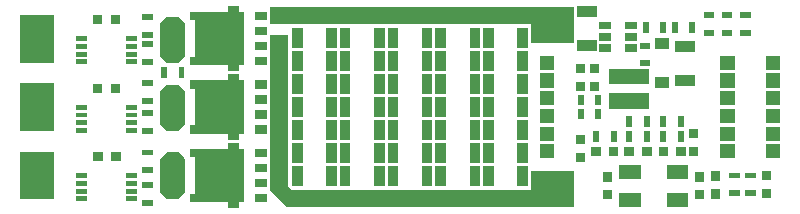
<source format=gts>
%TF.GenerationSoftware,KiCad,Pcbnew,(5.0.0-rc2-dev-387-ge7ed41593)*%
%TF.CreationDate,2018-04-19T15:37:23+02:00*%
%TF.ProjectId,MINI VESC,4D494E4920564553432E6B696361645F,rev?*%
%TF.SameCoordinates,Original*%
%TF.FileFunction,Soldermask,Top*%
%TF.FilePolarity,Negative*%
%FSLAX46Y46*%
G04 Gerber Fmt 4.6, Leading zero omitted, Abs format (unit mm)*
G04 Created by KiCad (PCBNEW (5.0.0-rc2-dev-387-ge7ed41593)) date 04/19/18 15:37:23*
%MOMM*%
%LPD*%
G01*
G04 APERTURE LIST*
%ADD10C,0.100000*%
G04 APERTURE END LIST*
D10*
G36*
X86210000Y-94470000D02*
X86210961Y-94479755D01*
X86213806Y-94489134D01*
X86218427Y-94497779D01*
X86224645Y-94505355D01*
X86232221Y-94511573D01*
X86240866Y-94516194D01*
X86250245Y-94519039D01*
X86260000Y-94520000D01*
X86635000Y-94520000D01*
X86635000Y-99080000D01*
X86260000Y-99080000D01*
X86250245Y-99080961D01*
X86240866Y-99083806D01*
X86232221Y-99088427D01*
X86224645Y-99094645D01*
X86218427Y-99102221D01*
X86213806Y-99110866D01*
X86210961Y-99120245D01*
X86210000Y-99130000D01*
X86210000Y-99575000D01*
X85305000Y-99575000D01*
X85305000Y-99130000D01*
X85304039Y-99120245D01*
X85301194Y-99110866D01*
X85296573Y-99102221D01*
X85290355Y-99094645D01*
X85282779Y-99088427D01*
X85274134Y-99083806D01*
X85264755Y-99080961D01*
X85255000Y-99080000D01*
X82105000Y-99080000D01*
X82105000Y-98330000D01*
X82480000Y-98330000D01*
X82489755Y-98329039D01*
X82499134Y-98326194D01*
X82507779Y-98321573D01*
X82515355Y-98315355D01*
X82521573Y-98307779D01*
X82526194Y-98299134D01*
X82529039Y-98289755D01*
X82530000Y-98280000D01*
X82530000Y-95320000D01*
X82529039Y-95310245D01*
X82526194Y-95300866D01*
X82521573Y-95292221D01*
X82515355Y-95284645D01*
X82507779Y-95278427D01*
X82499134Y-95273806D01*
X82489755Y-95270961D01*
X82480000Y-95270000D01*
X82105000Y-95270000D01*
X82105000Y-94520000D01*
X85255000Y-94520000D01*
X85264755Y-94519039D01*
X85274134Y-94516194D01*
X85282779Y-94511573D01*
X85290355Y-94505355D01*
X85296573Y-94497779D01*
X85301194Y-94489134D01*
X85304039Y-94479755D01*
X85305000Y-94470000D01*
X85305000Y-94025000D01*
X86210000Y-94025000D01*
X86210000Y-94470000D01*
X86210000Y-94470000D01*
G37*
G36*
X90350000Y-97629290D02*
X90350961Y-97639045D01*
X90353806Y-97648424D01*
X90358427Y-97657069D01*
X90364645Y-97664645D01*
X90685355Y-97985355D01*
X90692931Y-97991573D01*
X90701576Y-97996194D01*
X90710955Y-97999039D01*
X90720710Y-98000000D01*
X110900000Y-98000000D01*
X110909755Y-97999039D01*
X110919134Y-97996194D01*
X110927779Y-97991573D01*
X110935355Y-97985355D01*
X110941573Y-97977779D01*
X110946194Y-97969134D01*
X110949039Y-97959755D01*
X110950000Y-97950000D01*
X110950000Y-96450000D01*
X114550000Y-96450000D01*
X114550000Y-99500000D01*
X90250000Y-99500000D01*
X88850000Y-98100000D01*
X88850000Y-84900000D01*
X90350000Y-84900000D01*
X90350000Y-97629290D01*
X90350000Y-97629290D01*
G37*
G36*
X124222720Y-99465414D02*
X122421860Y-99465414D01*
X122421860Y-98266534D01*
X124222720Y-98266534D01*
X124222720Y-99465414D01*
X124222720Y-99465414D01*
G37*
G36*
X120224760Y-99465414D02*
X118423900Y-99465414D01*
X118423900Y-98266534D01*
X120224760Y-98266534D01*
X120224760Y-99465414D01*
X120224760Y-99465414D01*
G37*
G36*
X78950000Y-99350000D02*
X78050000Y-99350000D01*
X78050000Y-98850000D01*
X78950000Y-98850000D01*
X78950000Y-99350000D01*
X78950000Y-99350000D01*
G37*
G36*
X88600000Y-99080000D02*
X87600000Y-99080000D01*
X87600000Y-98330000D01*
X88600000Y-98330000D01*
X88600000Y-99080000D01*
X88600000Y-99080000D01*
G37*
G36*
X77550000Y-98985000D02*
X76660000Y-98985000D01*
X76660000Y-98565000D01*
X77550000Y-98565000D01*
X77550000Y-98985000D01*
X77550000Y-98985000D01*
G37*
G36*
X73340000Y-98985000D02*
X72450000Y-98985000D01*
X72450000Y-98565000D01*
X73340000Y-98565000D01*
X73340000Y-98985000D01*
X73340000Y-98985000D01*
G37*
G36*
X117775000Y-98817094D02*
X117025000Y-98817094D01*
X117025000Y-98017094D01*
X117775000Y-98017094D01*
X117775000Y-98817094D01*
X117775000Y-98817094D01*
G37*
G36*
X125575000Y-98817094D02*
X124825000Y-98817094D01*
X124825000Y-98017094D01*
X125575000Y-98017094D01*
X125575000Y-98817094D01*
X125575000Y-98817094D01*
G37*
G36*
X70550000Y-98800000D02*
X67650000Y-98800000D01*
X67650000Y-94800000D01*
X70550000Y-94800000D01*
X70550000Y-98800000D01*
X70550000Y-98800000D01*
G37*
G36*
X81539660Y-95284645D02*
X81635232Y-95384561D01*
X81642669Y-95390946D01*
X81650000Y-95395076D01*
X81650000Y-98205335D01*
X81644216Y-98208427D01*
X81635138Y-98216213D01*
X81100000Y-98800000D01*
X80100000Y-98800000D01*
X79564862Y-98216213D01*
X79557563Y-98209672D01*
X79550000Y-98205197D01*
X79550000Y-95395002D01*
X79556415Y-95391573D01*
X79564768Y-95384561D01*
X79666287Y-95278427D01*
X80100000Y-94825000D01*
X81100000Y-94825000D01*
X81539660Y-95284645D01*
X81539660Y-95284645D01*
G37*
G36*
X126925000Y-98750000D02*
X126175000Y-98750000D01*
X126175000Y-97950000D01*
X126925000Y-97950000D01*
X126925000Y-98750000D01*
X126925000Y-98750000D01*
G37*
G36*
X131225000Y-98700000D02*
X130475000Y-98700000D01*
X130475000Y-97900000D01*
X131225000Y-97900000D01*
X131225000Y-98700000D01*
X131225000Y-98700000D01*
G37*
G36*
X128600000Y-98550000D02*
X127700000Y-98550000D01*
X127700000Y-98050000D01*
X128600000Y-98050000D01*
X128600000Y-98550000D01*
X128600000Y-98550000D01*
G37*
G36*
X130000000Y-98550000D02*
X129100000Y-98550000D01*
X129100000Y-98050000D01*
X130000000Y-98050000D01*
X130000000Y-98550000D01*
X130000000Y-98550000D01*
G37*
G36*
X77550000Y-98335000D02*
X76660000Y-98335000D01*
X76660000Y-97915000D01*
X77550000Y-97915000D01*
X77550000Y-98335000D01*
X77550000Y-98335000D01*
G37*
G36*
X73340000Y-98335000D02*
X72450000Y-98335000D01*
X72450000Y-97915000D01*
X73340000Y-97915000D01*
X73340000Y-98335000D01*
X73340000Y-98335000D01*
G37*
G36*
X78950000Y-97850000D02*
X78050000Y-97850000D01*
X78050000Y-97350000D01*
X78950000Y-97350000D01*
X78950000Y-97850000D01*
X78950000Y-97850000D01*
G37*
G36*
X88600000Y-97810000D02*
X87600000Y-97810000D01*
X87600000Y-97060000D01*
X88600000Y-97060000D01*
X88600000Y-97810000D01*
X88600000Y-97810000D01*
G37*
G36*
X91600000Y-97700000D02*
X90700000Y-97700000D01*
X90700000Y-96000000D01*
X91600000Y-96000000D01*
X91600000Y-97700000D01*
X91600000Y-97700000D01*
G37*
G36*
X98550000Y-97700000D02*
X97650000Y-97700000D01*
X97650000Y-96000000D01*
X98550000Y-96000000D01*
X98550000Y-97700000D01*
X98550000Y-97700000D01*
G37*
G36*
X99700000Y-97700000D02*
X98800000Y-97700000D01*
X98800000Y-96000000D01*
X99700000Y-96000000D01*
X99700000Y-97700000D01*
X99700000Y-97700000D01*
G37*
G36*
X102600000Y-97700000D02*
X101700000Y-97700000D01*
X101700000Y-96000000D01*
X102600000Y-96000000D01*
X102600000Y-97700000D01*
X102600000Y-97700000D01*
G37*
G36*
X107800000Y-97700000D02*
X106900000Y-97700000D01*
X106900000Y-96000000D01*
X107800000Y-96000000D01*
X107800000Y-97700000D01*
X107800000Y-97700000D01*
G37*
G36*
X95650000Y-97700000D02*
X94750000Y-97700000D01*
X94750000Y-96000000D01*
X95650000Y-96000000D01*
X95650000Y-97700000D01*
X95650000Y-97700000D01*
G37*
G36*
X110700000Y-97700000D02*
X109800000Y-97700000D01*
X109800000Y-96000000D01*
X110700000Y-96000000D01*
X110700000Y-97700000D01*
X110700000Y-97700000D01*
G37*
G36*
X106650000Y-97700000D02*
X105750000Y-97700000D01*
X105750000Y-96000000D01*
X106650000Y-96000000D01*
X106650000Y-97700000D01*
X106650000Y-97700000D01*
G37*
G36*
X103750000Y-97700000D02*
X102850000Y-97700000D01*
X102850000Y-96000000D01*
X103750000Y-96000000D01*
X103750000Y-97700000D01*
X103750000Y-97700000D01*
G37*
G36*
X94500000Y-97700000D02*
X93600000Y-97700000D01*
X93600000Y-96000000D01*
X94500000Y-96000000D01*
X94500000Y-97700000D01*
X94500000Y-97700000D01*
G37*
G36*
X77550000Y-97685000D02*
X76660000Y-97685000D01*
X76660000Y-97265000D01*
X77550000Y-97265000D01*
X77550000Y-97685000D01*
X77550000Y-97685000D01*
G37*
G36*
X73340000Y-97685000D02*
X72450000Y-97685000D01*
X72450000Y-97265000D01*
X73340000Y-97265000D01*
X73340000Y-97685000D01*
X73340000Y-97685000D01*
G37*
G36*
X125575000Y-97317094D02*
X124825000Y-97317094D01*
X124825000Y-96517094D01*
X125575000Y-96517094D01*
X125575000Y-97317094D01*
X125575000Y-97317094D01*
G37*
G36*
X117775000Y-97317094D02*
X117025000Y-97317094D01*
X117025000Y-96517094D01*
X117775000Y-96517094D01*
X117775000Y-97317094D01*
X117775000Y-97317094D01*
G37*
G36*
X126925000Y-97250000D02*
X126175000Y-97250000D01*
X126175000Y-96450000D01*
X126925000Y-96450000D01*
X126925000Y-97250000D01*
X126925000Y-97250000D01*
G37*
G36*
X131225000Y-97200000D02*
X130475000Y-97200000D01*
X130475000Y-96400000D01*
X131225000Y-96400000D01*
X131225000Y-97200000D01*
X131225000Y-97200000D01*
G37*
G36*
X120224760Y-97067654D02*
X118423900Y-97067654D01*
X118423900Y-95868774D01*
X120224760Y-95868774D01*
X120224760Y-97067654D01*
X120224760Y-97067654D01*
G37*
G36*
X124222720Y-97067654D02*
X122421860Y-97067654D01*
X122421860Y-95868774D01*
X124222720Y-95868774D01*
X124222720Y-97067654D01*
X124222720Y-97067654D01*
G37*
G36*
X128600000Y-97050000D02*
X127700000Y-97050000D01*
X127700000Y-96550000D01*
X128600000Y-96550000D01*
X128600000Y-97050000D01*
X128600000Y-97050000D01*
G37*
G36*
X130000000Y-97050000D02*
X129100000Y-97050000D01*
X129100000Y-96550000D01*
X130000000Y-96550000D01*
X130000000Y-97050000D01*
X130000000Y-97050000D01*
G37*
G36*
X77550000Y-97035000D02*
X76660000Y-97035000D01*
X76660000Y-96615000D01*
X77550000Y-96615000D01*
X77550000Y-97035000D01*
X77550000Y-97035000D01*
G37*
G36*
X73340000Y-97035000D02*
X72450000Y-97035000D01*
X72450000Y-96615000D01*
X73340000Y-96615000D01*
X73340000Y-97035000D01*
X73340000Y-97035000D01*
G37*
G36*
X78950000Y-96600000D02*
X78050000Y-96600000D01*
X78050000Y-96100000D01*
X78950000Y-96100000D01*
X78950000Y-96600000D01*
X78950000Y-96600000D01*
G37*
G36*
X88600000Y-96540000D02*
X87600000Y-96540000D01*
X87600000Y-95790000D01*
X88600000Y-95790000D01*
X88600000Y-96540000D01*
X88600000Y-96540000D01*
G37*
G36*
X95650000Y-95750000D02*
X94750000Y-95750000D01*
X94750000Y-94050000D01*
X95650000Y-94050000D01*
X95650000Y-95750000D01*
X95650000Y-95750000D01*
G37*
G36*
X98550000Y-95750000D02*
X97650000Y-95750000D01*
X97650000Y-94050000D01*
X98550000Y-94050000D01*
X98550000Y-95750000D01*
X98550000Y-95750000D01*
G37*
G36*
X102600000Y-95750000D02*
X101700000Y-95750000D01*
X101700000Y-94050000D01*
X102600000Y-94050000D01*
X102600000Y-95750000D01*
X102600000Y-95750000D01*
G37*
G36*
X99700000Y-95750000D02*
X98800000Y-95750000D01*
X98800000Y-94050000D01*
X99700000Y-94050000D01*
X99700000Y-95750000D01*
X99700000Y-95750000D01*
G37*
G36*
X106650000Y-95750000D02*
X105750000Y-95750000D01*
X105750000Y-94050000D01*
X106650000Y-94050000D01*
X106650000Y-95750000D01*
X106650000Y-95750000D01*
G37*
G36*
X94500000Y-95750000D02*
X93600000Y-95750000D01*
X93600000Y-94050000D01*
X94500000Y-94050000D01*
X94500000Y-95750000D01*
X94500000Y-95750000D01*
G37*
G36*
X91600000Y-95750000D02*
X90700000Y-95750000D01*
X90700000Y-94050000D01*
X91600000Y-94050000D01*
X91600000Y-95750000D01*
X91600000Y-95750000D01*
G37*
G36*
X110700000Y-95750000D02*
X109800000Y-95750000D01*
X109800000Y-94050000D01*
X110700000Y-94050000D01*
X110700000Y-95750000D01*
X110700000Y-95750000D01*
G37*
G36*
X107800000Y-95750000D02*
X106900000Y-95750000D01*
X106900000Y-94050000D01*
X107800000Y-94050000D01*
X107800000Y-95750000D01*
X107800000Y-95750000D01*
G37*
G36*
X103750000Y-95750000D02*
X102850000Y-95750000D01*
X102850000Y-94050000D01*
X103750000Y-94050000D01*
X103750000Y-95750000D01*
X103750000Y-95750000D01*
G37*
G36*
X115475000Y-95650000D02*
X114725000Y-95650000D01*
X114725000Y-94850000D01*
X115475000Y-94850000D01*
X115475000Y-95650000D01*
X115475000Y-95650000D01*
G37*
G36*
X74700000Y-95575000D02*
X73900000Y-95575000D01*
X73900000Y-94825000D01*
X74700000Y-94825000D01*
X74700000Y-95575000D01*
X74700000Y-95575000D01*
G37*
G36*
X76200000Y-95575000D02*
X75400000Y-95575000D01*
X75400000Y-94825000D01*
X76200000Y-94825000D01*
X76200000Y-95575000D01*
X76200000Y-95575000D01*
G37*
G36*
X132050000Y-95350000D02*
X130850000Y-95350000D01*
X130850000Y-94150000D01*
X132050000Y-94150000D01*
X132050000Y-95350000D01*
X132050000Y-95350000D01*
G37*
G36*
X112900000Y-95350000D02*
X111700000Y-95350000D01*
X111700000Y-94150000D01*
X112900000Y-94150000D01*
X112900000Y-95350000D01*
X112900000Y-95350000D01*
G37*
G36*
X128175000Y-95350000D02*
X126975000Y-95350000D01*
X126975000Y-94150000D01*
X128175000Y-94150000D01*
X128175000Y-95350000D01*
X128175000Y-95350000D01*
G37*
G36*
X88600000Y-95270000D02*
X87600000Y-95270000D01*
X87600000Y-94520000D01*
X88600000Y-94520000D01*
X88600000Y-95270000D01*
X88600000Y-95270000D01*
G37*
G36*
X116850000Y-95175000D02*
X116050000Y-95175000D01*
X116050000Y-94425000D01*
X116850000Y-94425000D01*
X116850000Y-95175000D01*
X116850000Y-95175000D01*
G37*
G36*
X118350000Y-95175000D02*
X117550000Y-95175000D01*
X117550000Y-94425000D01*
X118350000Y-94425000D01*
X118350000Y-95175000D01*
X118350000Y-95175000D01*
G37*
G36*
X121150000Y-95175000D02*
X120350000Y-95175000D01*
X120350000Y-94425000D01*
X121150000Y-94425000D01*
X121150000Y-95175000D01*
X121150000Y-95175000D01*
G37*
G36*
X122550000Y-95175000D02*
X121750000Y-95175000D01*
X121750000Y-94425000D01*
X122550000Y-94425000D01*
X122550000Y-95175000D01*
X122550000Y-95175000D01*
G37*
G36*
X124050000Y-95175000D02*
X123250000Y-95175000D01*
X123250000Y-94425000D01*
X124050000Y-94425000D01*
X124050000Y-95175000D01*
X124050000Y-95175000D01*
G37*
G36*
X119650000Y-95175000D02*
X118850000Y-95175000D01*
X118850000Y-94425000D01*
X119650000Y-94425000D01*
X119650000Y-95175000D01*
X119650000Y-95175000D01*
G37*
G36*
X125075000Y-95150000D02*
X124325000Y-95150000D01*
X124325000Y-94350000D01*
X125075000Y-94350000D01*
X125075000Y-95150000D01*
X125075000Y-95150000D01*
G37*
G36*
X78950000Y-95100000D02*
X78050000Y-95100000D01*
X78050000Y-94600000D01*
X78950000Y-94600000D01*
X78950000Y-95100000D01*
X78950000Y-95100000D01*
G37*
G36*
X115475000Y-94150000D02*
X114725000Y-94150000D01*
X114725000Y-93350000D01*
X115475000Y-93350000D01*
X115475000Y-94150000D01*
X115475000Y-94150000D01*
G37*
G36*
X119500000Y-93950000D02*
X119000000Y-93950000D01*
X119000000Y-93050000D01*
X119500000Y-93050000D01*
X119500000Y-93950000D01*
X119500000Y-93950000D01*
G37*
G36*
X122400000Y-93950000D02*
X121900000Y-93950000D01*
X121900000Y-93050000D01*
X122400000Y-93050000D01*
X122400000Y-93950000D01*
X122400000Y-93950000D01*
G37*
G36*
X123900000Y-93950000D02*
X123400000Y-93950000D01*
X123400000Y-93050000D01*
X123900000Y-93050000D01*
X123900000Y-93950000D01*
X123900000Y-93950000D01*
G37*
G36*
X116700000Y-93950000D02*
X116200000Y-93950000D01*
X116200000Y-93050000D01*
X116700000Y-93050000D01*
X116700000Y-93950000D01*
X116700000Y-93950000D01*
G37*
G36*
X118200000Y-93950000D02*
X117700000Y-93950000D01*
X117700000Y-93050000D01*
X118200000Y-93050000D01*
X118200000Y-93950000D01*
X118200000Y-93950000D01*
G37*
G36*
X121000000Y-93950000D02*
X120500000Y-93950000D01*
X120500000Y-93050000D01*
X121000000Y-93050000D01*
X121000000Y-93950000D01*
X121000000Y-93950000D01*
G37*
G36*
X128175000Y-93850000D02*
X126975000Y-93850000D01*
X126975000Y-92650000D01*
X128175000Y-92650000D01*
X128175000Y-93850000D01*
X128175000Y-93850000D01*
G37*
G36*
X132050000Y-93850000D02*
X130850000Y-93850000D01*
X130850000Y-92650000D01*
X132050000Y-92650000D01*
X132050000Y-93850000D01*
X132050000Y-93850000D01*
G37*
G36*
X112900000Y-93850000D02*
X111700000Y-93850000D01*
X111700000Y-92650000D01*
X112900000Y-92650000D01*
X112900000Y-93850000D01*
X112900000Y-93850000D01*
G37*
G36*
X102600000Y-93800000D02*
X101700000Y-93800000D01*
X101700000Y-92100000D01*
X102600000Y-92100000D01*
X102600000Y-93800000D01*
X102600000Y-93800000D01*
G37*
G36*
X98550000Y-93800000D02*
X97650000Y-93800000D01*
X97650000Y-92100000D01*
X98550000Y-92100000D01*
X98550000Y-93800000D01*
X98550000Y-93800000D01*
G37*
G36*
X103750000Y-93800000D02*
X102850000Y-93800000D01*
X102850000Y-92100000D01*
X103750000Y-92100000D01*
X103750000Y-93800000D01*
X103750000Y-93800000D01*
G37*
G36*
X107800000Y-93800000D02*
X106900000Y-93800000D01*
X106900000Y-92100000D01*
X107800000Y-92100000D01*
X107800000Y-93800000D01*
X107800000Y-93800000D01*
G37*
G36*
X110700000Y-93800000D02*
X109800000Y-93800000D01*
X109800000Y-92100000D01*
X110700000Y-92100000D01*
X110700000Y-93800000D01*
X110700000Y-93800000D01*
G37*
G36*
X91600000Y-93800000D02*
X90700000Y-93800000D01*
X90700000Y-92100000D01*
X91600000Y-92100000D01*
X91600000Y-93800000D01*
X91600000Y-93800000D01*
G37*
G36*
X94500000Y-93800000D02*
X93600000Y-93800000D01*
X93600000Y-92100000D01*
X94500000Y-92100000D01*
X94500000Y-93800000D01*
X94500000Y-93800000D01*
G37*
G36*
X95650000Y-93800000D02*
X94750000Y-93800000D01*
X94750000Y-92100000D01*
X95650000Y-92100000D01*
X95650000Y-93800000D01*
X95650000Y-93800000D01*
G37*
G36*
X99700000Y-93800000D02*
X98800000Y-93800000D01*
X98800000Y-92100000D01*
X99700000Y-92100000D01*
X99700000Y-93800000D01*
X99700000Y-93800000D01*
G37*
G36*
X106650000Y-93800000D02*
X105750000Y-93800000D01*
X105750000Y-92100000D01*
X106650000Y-92100000D01*
X106650000Y-93800000D01*
X106650000Y-93800000D01*
G37*
G36*
X86205000Y-88670000D02*
X86205961Y-88679755D01*
X86208806Y-88689134D01*
X86213427Y-88697779D01*
X86219645Y-88705355D01*
X86227221Y-88711573D01*
X86235866Y-88716194D01*
X86245245Y-88719039D01*
X86255000Y-88720000D01*
X86630000Y-88720000D01*
X86630000Y-93280000D01*
X86255000Y-93280000D01*
X86245245Y-93280961D01*
X86235866Y-93283806D01*
X86227221Y-93288427D01*
X86219645Y-93294645D01*
X86213427Y-93302221D01*
X86208806Y-93310866D01*
X86205961Y-93320245D01*
X86205000Y-93330000D01*
X86205000Y-93775000D01*
X85300000Y-93775000D01*
X85300000Y-93330000D01*
X85299039Y-93320245D01*
X85296194Y-93310866D01*
X85291573Y-93302221D01*
X85285355Y-93294645D01*
X85277779Y-93288427D01*
X85269134Y-93283806D01*
X85259755Y-93280961D01*
X85250000Y-93280000D01*
X82100000Y-93280000D01*
X82100000Y-92530000D01*
X82475000Y-92530000D01*
X82484755Y-92529039D01*
X82494134Y-92526194D01*
X82502779Y-92521573D01*
X82510355Y-92515355D01*
X82516573Y-92507779D01*
X82521194Y-92499134D01*
X82524039Y-92489755D01*
X82525000Y-92480000D01*
X82525000Y-89520000D01*
X82524039Y-89510245D01*
X82521194Y-89500866D01*
X82516573Y-89492221D01*
X82510355Y-89484645D01*
X82502779Y-89478427D01*
X82494134Y-89473806D01*
X82484755Y-89470961D01*
X82475000Y-89470000D01*
X82100000Y-89470000D01*
X82100000Y-88720000D01*
X85250000Y-88720000D01*
X85259755Y-88719039D01*
X85269134Y-88716194D01*
X85277779Y-88711573D01*
X85285355Y-88705355D01*
X85291573Y-88697779D01*
X85296194Y-88689134D01*
X85299039Y-88679755D01*
X85300000Y-88670000D01*
X85300000Y-88225000D01*
X86205000Y-88225000D01*
X86205000Y-88670000D01*
X86205000Y-88670000D01*
G37*
G36*
X125075000Y-93650000D02*
X124325000Y-93650000D01*
X124325000Y-92850000D01*
X125075000Y-92850000D01*
X125075000Y-93650000D01*
X125075000Y-93650000D01*
G37*
G36*
X88595000Y-93280000D02*
X87595000Y-93280000D01*
X87595000Y-92530000D01*
X88595000Y-92530000D01*
X88595000Y-93280000D01*
X88595000Y-93280000D01*
G37*
G36*
X78950000Y-93250000D02*
X78050000Y-93250000D01*
X78050000Y-92750000D01*
X78950000Y-92750000D01*
X78950000Y-93250000D01*
X78950000Y-93250000D01*
G37*
G36*
X73340000Y-93185000D02*
X72450000Y-93185000D01*
X72450000Y-92765000D01*
X73340000Y-92765000D01*
X73340000Y-93185000D01*
X73340000Y-93185000D01*
G37*
G36*
X77550000Y-93185000D02*
X76660000Y-93185000D01*
X76660000Y-92765000D01*
X77550000Y-92765000D01*
X77550000Y-93185000D01*
X77550000Y-93185000D01*
G37*
G36*
X81635355Y-89635355D02*
X81642931Y-89641573D01*
X81650000Y-89645352D01*
X81650000Y-92454648D01*
X81642931Y-92458427D01*
X81635355Y-92464645D01*
X81100000Y-93000000D01*
X80100000Y-93000000D01*
X79564645Y-92464645D01*
X79557069Y-92458427D01*
X79550000Y-92454648D01*
X79550000Y-89645352D01*
X79557069Y-89641573D01*
X79564645Y-89635355D01*
X80100000Y-89100000D01*
X81100000Y-89100000D01*
X81635355Y-89635355D01*
X81635355Y-89635355D01*
G37*
G36*
X70550000Y-93000000D02*
X67650000Y-93000000D01*
X67650000Y-89000000D01*
X70550000Y-89000000D01*
X70550000Y-93000000D01*
X70550000Y-93000000D01*
G37*
G36*
X119500000Y-92650000D02*
X119000000Y-92650000D01*
X119000000Y-91750000D01*
X119500000Y-91750000D01*
X119500000Y-92650000D01*
X119500000Y-92650000D01*
G37*
G36*
X121000000Y-92650000D02*
X120500000Y-92650000D01*
X120500000Y-91750000D01*
X121000000Y-91750000D01*
X121000000Y-92650000D01*
X121000000Y-92650000D01*
G37*
G36*
X123900000Y-92650000D02*
X123400000Y-92650000D01*
X123400000Y-91750000D01*
X123900000Y-91750000D01*
X123900000Y-92650000D01*
X123900000Y-92650000D01*
G37*
G36*
X122400000Y-92650000D02*
X121900000Y-92650000D01*
X121900000Y-91750000D01*
X122400000Y-91750000D01*
X122400000Y-92650000D01*
X122400000Y-92650000D01*
G37*
G36*
X73340000Y-92535000D02*
X72450000Y-92535000D01*
X72450000Y-92115000D01*
X73340000Y-92115000D01*
X73340000Y-92535000D01*
X73340000Y-92535000D01*
G37*
G36*
X77550000Y-92535000D02*
X76660000Y-92535000D01*
X76660000Y-92115000D01*
X77550000Y-92115000D01*
X77550000Y-92535000D01*
X77550000Y-92535000D01*
G37*
G36*
X112900000Y-92350000D02*
X111700000Y-92350000D01*
X111700000Y-91150000D01*
X112900000Y-91150000D01*
X112900000Y-92350000D01*
X112900000Y-92350000D01*
G37*
G36*
X132050000Y-92350000D02*
X130850000Y-92350000D01*
X130850000Y-91150000D01*
X132050000Y-91150000D01*
X132050000Y-92350000D01*
X132050000Y-92350000D01*
G37*
G36*
X128175000Y-92350000D02*
X126975000Y-92350000D01*
X126975000Y-91150000D01*
X128175000Y-91150000D01*
X128175000Y-92350000D01*
X128175000Y-92350000D01*
G37*
G36*
X116900000Y-92050000D02*
X116400000Y-92050000D01*
X116400000Y-91150000D01*
X116900000Y-91150000D01*
X116900000Y-92050000D01*
X116900000Y-92050000D01*
G37*
G36*
X115400000Y-92050000D02*
X114900000Y-92050000D01*
X114900000Y-91150000D01*
X115400000Y-91150000D01*
X115400000Y-92050000D01*
X115400000Y-92050000D01*
G37*
G36*
X88595000Y-92010000D02*
X87595000Y-92010000D01*
X87595000Y-91260000D01*
X88595000Y-91260000D01*
X88595000Y-92010000D01*
X88595000Y-92010000D01*
G37*
G36*
X73340000Y-91885000D02*
X72450000Y-91885000D01*
X72450000Y-91465000D01*
X73340000Y-91465000D01*
X73340000Y-91885000D01*
X73340000Y-91885000D01*
G37*
G36*
X77550000Y-91885000D02*
X76660000Y-91885000D01*
X76660000Y-91465000D01*
X77550000Y-91465000D01*
X77550000Y-91885000D01*
X77550000Y-91885000D01*
G37*
G36*
X106650000Y-91850000D02*
X105750000Y-91850000D01*
X105750000Y-90150000D01*
X106650000Y-90150000D01*
X106650000Y-91850000D01*
X106650000Y-91850000D01*
G37*
G36*
X107800000Y-91850000D02*
X106900000Y-91850000D01*
X106900000Y-90150000D01*
X107800000Y-90150000D01*
X107800000Y-91850000D01*
X107800000Y-91850000D01*
G37*
G36*
X95650000Y-91850000D02*
X94750000Y-91850000D01*
X94750000Y-90150000D01*
X95650000Y-90150000D01*
X95650000Y-91850000D01*
X95650000Y-91850000D01*
G37*
G36*
X94500000Y-91850000D02*
X93600000Y-91850000D01*
X93600000Y-90150000D01*
X94500000Y-90150000D01*
X94500000Y-91850000D01*
X94500000Y-91850000D01*
G37*
G36*
X103750000Y-91850000D02*
X102850000Y-91850000D01*
X102850000Y-90150000D01*
X103750000Y-90150000D01*
X103750000Y-91850000D01*
X103750000Y-91850000D01*
G37*
G36*
X91600000Y-91850000D02*
X90700000Y-91850000D01*
X90700000Y-90150000D01*
X91600000Y-90150000D01*
X91600000Y-91850000D01*
X91600000Y-91850000D01*
G37*
G36*
X98550000Y-91850000D02*
X97650000Y-91850000D01*
X97650000Y-90150000D01*
X98550000Y-90150000D01*
X98550000Y-91850000D01*
X98550000Y-91850000D01*
G37*
G36*
X110700000Y-91850000D02*
X109800000Y-91850000D01*
X109800000Y-90150000D01*
X110700000Y-90150000D01*
X110700000Y-91850000D01*
X110700000Y-91850000D01*
G37*
G36*
X99700000Y-91850000D02*
X98800000Y-91850000D01*
X98800000Y-90150000D01*
X99700000Y-90150000D01*
X99700000Y-91850000D01*
X99700000Y-91850000D01*
G37*
G36*
X102600000Y-91850000D02*
X101700000Y-91850000D01*
X101700000Y-90150000D01*
X102600000Y-90150000D01*
X102600000Y-91850000D01*
X102600000Y-91850000D01*
G37*
G36*
X78950000Y-91750000D02*
X78050000Y-91750000D01*
X78050000Y-91250000D01*
X78950000Y-91250000D01*
X78950000Y-91750000D01*
X78950000Y-91750000D01*
G37*
G36*
X77550000Y-91235000D02*
X76660000Y-91235000D01*
X76660000Y-90815000D01*
X77550000Y-90815000D01*
X77550000Y-91235000D01*
X77550000Y-91235000D01*
G37*
G36*
X73340000Y-91235000D02*
X72450000Y-91235000D01*
X72450000Y-90815000D01*
X73340000Y-90815000D01*
X73340000Y-91235000D01*
X73340000Y-91235000D01*
G37*
G36*
X120950000Y-91150000D02*
X117550000Y-91150000D01*
X117550000Y-89850000D01*
X120950000Y-89850000D01*
X120950000Y-91150000D01*
X120950000Y-91150000D01*
G37*
G36*
X128175000Y-90850000D02*
X126975000Y-90850000D01*
X126975000Y-89650000D01*
X128175000Y-89650000D01*
X128175000Y-90850000D01*
X128175000Y-90850000D01*
G37*
G36*
X112900000Y-90850000D02*
X111700000Y-90850000D01*
X111700000Y-89650000D01*
X112900000Y-89650000D01*
X112900000Y-90850000D01*
X112900000Y-90850000D01*
G37*
G36*
X116900000Y-90850000D02*
X116400000Y-90850000D01*
X116400000Y-89950000D01*
X116900000Y-89950000D01*
X116900000Y-90850000D01*
X116900000Y-90850000D01*
G37*
G36*
X115400000Y-90850000D02*
X114900000Y-90850000D01*
X114900000Y-89950000D01*
X115400000Y-89950000D01*
X115400000Y-90850000D01*
X115400000Y-90850000D01*
G37*
G36*
X132050000Y-90850000D02*
X130850000Y-90850000D01*
X130850000Y-89650000D01*
X132050000Y-89650000D01*
X132050000Y-90850000D01*
X132050000Y-90850000D01*
G37*
G36*
X78950000Y-90750000D02*
X78050000Y-90750000D01*
X78050000Y-90250000D01*
X78950000Y-90250000D01*
X78950000Y-90750000D01*
X78950000Y-90750000D01*
G37*
G36*
X88595000Y-90740000D02*
X87595000Y-90740000D01*
X87595000Y-89990000D01*
X88595000Y-89990000D01*
X88595000Y-90740000D01*
X88595000Y-90740000D01*
G37*
G36*
X103750000Y-89900000D02*
X102850000Y-89900000D01*
X102850000Y-88200000D01*
X103750000Y-88200000D01*
X103750000Y-89900000D01*
X103750000Y-89900000D01*
G37*
G36*
X99700000Y-89900000D02*
X98800000Y-89900000D01*
X98800000Y-88200000D01*
X99700000Y-88200000D01*
X99700000Y-89900000D01*
X99700000Y-89900000D01*
G37*
G36*
X106650000Y-89900000D02*
X105750000Y-89900000D01*
X105750000Y-88200000D01*
X106650000Y-88200000D01*
X106650000Y-89900000D01*
X106650000Y-89900000D01*
G37*
G36*
X107800000Y-89900000D02*
X106900000Y-89900000D01*
X106900000Y-88200000D01*
X107800000Y-88200000D01*
X107800000Y-89900000D01*
X107800000Y-89900000D01*
G37*
G36*
X94500000Y-89900000D02*
X93600000Y-89900000D01*
X93600000Y-88200000D01*
X94500000Y-88200000D01*
X94500000Y-89900000D01*
X94500000Y-89900000D01*
G37*
G36*
X110700000Y-89900000D02*
X109800000Y-89900000D01*
X109800000Y-88200000D01*
X110700000Y-88200000D01*
X110700000Y-89900000D01*
X110700000Y-89900000D01*
G37*
G36*
X98550000Y-89900000D02*
X97650000Y-89900000D01*
X97650000Y-88200000D01*
X98550000Y-88200000D01*
X98550000Y-89900000D01*
X98550000Y-89900000D01*
G37*
G36*
X95650000Y-89900000D02*
X94750000Y-89900000D01*
X94750000Y-88200000D01*
X95650000Y-88200000D01*
X95650000Y-89900000D01*
X95650000Y-89900000D01*
G37*
G36*
X91600000Y-89900000D02*
X90700000Y-89900000D01*
X90700000Y-88200000D01*
X91600000Y-88200000D01*
X91600000Y-89900000D01*
X91600000Y-89900000D01*
G37*
G36*
X102600000Y-89900000D02*
X101700000Y-89900000D01*
X101700000Y-88200000D01*
X102600000Y-88200000D01*
X102600000Y-89900000D01*
X102600000Y-89900000D01*
G37*
G36*
X76150000Y-89775000D02*
X75350000Y-89775000D01*
X75350000Y-89025000D01*
X76150000Y-89025000D01*
X76150000Y-89775000D01*
X76150000Y-89775000D01*
G37*
G36*
X74650000Y-89775000D02*
X73850000Y-89775000D01*
X73850000Y-89025000D01*
X74650000Y-89025000D01*
X74650000Y-89775000D01*
X74650000Y-89775000D01*
G37*
G36*
X115475000Y-89650000D02*
X114725000Y-89650000D01*
X114725000Y-88850000D01*
X115475000Y-88850000D01*
X115475000Y-89650000D01*
X115475000Y-89650000D01*
G37*
G36*
X116675000Y-89650000D02*
X115925000Y-89650000D01*
X115925000Y-88850000D01*
X116675000Y-88850000D01*
X116675000Y-89650000D01*
X116675000Y-89650000D01*
G37*
G36*
X88595000Y-89470000D02*
X87595000Y-89470000D01*
X87595000Y-88720000D01*
X88595000Y-88720000D01*
X88595000Y-89470000D01*
X88595000Y-89470000D01*
G37*
G36*
X112900000Y-89350000D02*
X111700000Y-89350000D01*
X111700000Y-88150000D01*
X112900000Y-88150000D01*
X112900000Y-89350000D01*
X112900000Y-89350000D01*
G37*
G36*
X128175000Y-89350000D02*
X126975000Y-89350000D01*
X126975000Y-88150000D01*
X128175000Y-88150000D01*
X128175000Y-89350000D01*
X128175000Y-89350000D01*
G37*
G36*
X132050000Y-89350000D02*
X130850000Y-89350000D01*
X130850000Y-88150000D01*
X132050000Y-88150000D01*
X132050000Y-89350000D01*
X132050000Y-89350000D01*
G37*
G36*
X122650000Y-89350000D02*
X121450000Y-89350000D01*
X121450000Y-88450000D01*
X122650000Y-88450000D01*
X122650000Y-89350000D01*
X122650000Y-89350000D01*
G37*
G36*
X78950000Y-89250000D02*
X78050000Y-89250000D01*
X78050000Y-88750000D01*
X78950000Y-88750000D01*
X78950000Y-89250000D01*
X78950000Y-89250000D01*
G37*
G36*
X124800000Y-89200000D02*
X123100000Y-89200000D01*
X123100000Y-88300000D01*
X124800000Y-88300000D01*
X124800000Y-89200000D01*
X124800000Y-89200000D01*
G37*
G36*
X120950000Y-89050000D02*
X117550000Y-89050000D01*
X117550000Y-87750000D01*
X120950000Y-87750000D01*
X120950000Y-89050000D01*
X120950000Y-89050000D01*
G37*
G36*
X81600000Y-88550000D02*
X81100000Y-88550000D01*
X81100000Y-87650000D01*
X81600000Y-87650000D01*
X81600000Y-88550000D01*
X81600000Y-88550000D01*
G37*
G36*
X80100000Y-88550000D02*
X79600000Y-88550000D01*
X79600000Y-87650000D01*
X80100000Y-87650000D01*
X80100000Y-88550000D01*
X80100000Y-88550000D01*
G37*
G36*
X115475000Y-88150000D02*
X114725000Y-88150000D01*
X114725000Y-87350000D01*
X115475000Y-87350000D01*
X115475000Y-88150000D01*
X115475000Y-88150000D01*
G37*
G36*
X116675000Y-88150000D02*
X115925000Y-88150000D01*
X115925000Y-87350000D01*
X116675000Y-87350000D01*
X116675000Y-88150000D01*
X116675000Y-88150000D01*
G37*
G36*
X86210000Y-82870000D02*
X86210961Y-82879755D01*
X86213806Y-82889134D01*
X86218427Y-82897779D01*
X86224645Y-82905355D01*
X86232221Y-82911573D01*
X86240866Y-82916194D01*
X86250245Y-82919039D01*
X86260000Y-82920000D01*
X86635000Y-82920000D01*
X86635000Y-87480000D01*
X86260000Y-87480000D01*
X86250245Y-87480961D01*
X86240866Y-87483806D01*
X86232221Y-87488427D01*
X86224645Y-87494645D01*
X86218427Y-87502221D01*
X86213806Y-87510866D01*
X86210961Y-87520245D01*
X86210000Y-87530000D01*
X86210000Y-87975000D01*
X85305000Y-87975000D01*
X85305000Y-87530000D01*
X85304039Y-87520245D01*
X85301194Y-87510866D01*
X85296573Y-87502221D01*
X85290355Y-87494645D01*
X85282779Y-87488427D01*
X85274134Y-87483806D01*
X85264755Y-87480961D01*
X85255000Y-87480000D01*
X82105000Y-87480000D01*
X82105000Y-86730000D01*
X82480000Y-86730000D01*
X82489755Y-86729039D01*
X82499134Y-86726194D01*
X82507779Y-86721573D01*
X82515355Y-86715355D01*
X82521573Y-86707779D01*
X82526194Y-86699134D01*
X82529039Y-86689755D01*
X82530000Y-86680000D01*
X82530000Y-83720000D01*
X82529039Y-83710245D01*
X82526194Y-83700866D01*
X82521573Y-83692221D01*
X82515355Y-83684645D01*
X82507779Y-83678427D01*
X82499134Y-83673806D01*
X82489755Y-83670961D01*
X82480000Y-83670000D01*
X82105000Y-83670000D01*
X82105000Y-82920000D01*
X85255000Y-82920000D01*
X85264755Y-82919039D01*
X85274134Y-82916194D01*
X85282779Y-82911573D01*
X85290355Y-82905355D01*
X85296573Y-82897779D01*
X85301194Y-82889134D01*
X85304039Y-82879755D01*
X85305000Y-82870000D01*
X85305000Y-82425000D01*
X86210000Y-82425000D01*
X86210000Y-82870000D01*
X86210000Y-82870000D01*
G37*
G36*
X91600000Y-87950000D02*
X90700000Y-87950000D01*
X90700000Y-86250000D01*
X91600000Y-86250000D01*
X91600000Y-87950000D01*
X91600000Y-87950000D01*
G37*
G36*
X94500000Y-87950000D02*
X93600000Y-87950000D01*
X93600000Y-86250000D01*
X94500000Y-86250000D01*
X94500000Y-87950000D01*
X94500000Y-87950000D01*
G37*
G36*
X98550000Y-87950000D02*
X97650000Y-87950000D01*
X97650000Y-86250000D01*
X98550000Y-86250000D01*
X98550000Y-87950000D01*
X98550000Y-87950000D01*
G37*
G36*
X110700000Y-87950000D02*
X109800000Y-87950000D01*
X109800000Y-86250000D01*
X110700000Y-86250000D01*
X110700000Y-87950000D01*
X110700000Y-87950000D01*
G37*
G36*
X107800000Y-87950000D02*
X106900000Y-87950000D01*
X106900000Y-86250000D01*
X107800000Y-86250000D01*
X107800000Y-87950000D01*
X107800000Y-87950000D01*
G37*
G36*
X106650000Y-87950000D02*
X105750000Y-87950000D01*
X105750000Y-86250000D01*
X106650000Y-86250000D01*
X106650000Y-87950000D01*
X106650000Y-87950000D01*
G37*
G36*
X103750000Y-87950000D02*
X102850000Y-87950000D01*
X102850000Y-86250000D01*
X103750000Y-86250000D01*
X103750000Y-87950000D01*
X103750000Y-87950000D01*
G37*
G36*
X102600000Y-87950000D02*
X101700000Y-87950000D01*
X101700000Y-86250000D01*
X102600000Y-86250000D01*
X102600000Y-87950000D01*
X102600000Y-87950000D01*
G37*
G36*
X99700000Y-87950000D02*
X98800000Y-87950000D01*
X98800000Y-86250000D01*
X99700000Y-86250000D01*
X99700000Y-87950000D01*
X99700000Y-87950000D01*
G37*
G36*
X95650000Y-87950000D02*
X94750000Y-87950000D01*
X94750000Y-86250000D01*
X95650000Y-86250000D01*
X95650000Y-87950000D01*
X95650000Y-87950000D01*
G37*
G36*
X112900000Y-87850000D02*
X111700000Y-87850000D01*
X111700000Y-86650000D01*
X112900000Y-86650000D01*
X112900000Y-87850000D01*
X112900000Y-87850000D01*
G37*
G36*
X132050000Y-87850000D02*
X130850000Y-87850000D01*
X130850000Y-86650000D01*
X132050000Y-86650000D01*
X132050000Y-87850000D01*
X132050000Y-87850000D01*
G37*
G36*
X128175000Y-87850000D02*
X126975000Y-87850000D01*
X126975000Y-86650000D01*
X128175000Y-86650000D01*
X128175000Y-87850000D01*
X128175000Y-87850000D01*
G37*
G36*
X121050000Y-87550000D02*
X120150000Y-87550000D01*
X120150000Y-87050000D01*
X121050000Y-87050000D01*
X121050000Y-87550000D01*
X121050000Y-87550000D01*
G37*
G36*
X88600000Y-87480000D02*
X87600000Y-87480000D01*
X87600000Y-86730000D01*
X88600000Y-86730000D01*
X88600000Y-87480000D01*
X88600000Y-87480000D01*
G37*
G36*
X78950000Y-87400000D02*
X78050000Y-87400000D01*
X78050000Y-86900000D01*
X78950000Y-86900000D01*
X78950000Y-87400000D01*
X78950000Y-87400000D01*
G37*
G36*
X77550000Y-87385000D02*
X76660000Y-87385000D01*
X76660000Y-86965000D01*
X77550000Y-86965000D01*
X77550000Y-87385000D01*
X77550000Y-87385000D01*
G37*
G36*
X73340000Y-87385000D02*
X72450000Y-87385000D01*
X72450000Y-86965000D01*
X73340000Y-86965000D01*
X73340000Y-87385000D01*
X73340000Y-87385000D01*
G37*
G36*
X81635355Y-83885355D02*
X81642931Y-83891573D01*
X81650000Y-83895352D01*
X81650000Y-86704648D01*
X81642931Y-86708427D01*
X81635355Y-86714645D01*
X81100000Y-87250000D01*
X80100000Y-87250000D01*
X79564645Y-86714645D01*
X79557069Y-86708427D01*
X79550000Y-86704648D01*
X79550000Y-83895352D01*
X79557069Y-83891573D01*
X79564645Y-83885355D01*
X80100000Y-83350000D01*
X81100000Y-83350000D01*
X81635355Y-83885355D01*
X81635355Y-83885355D01*
G37*
G36*
X70600000Y-87250000D02*
X67650000Y-87250000D01*
X67650000Y-83200000D01*
X70600000Y-83200000D01*
X70600000Y-87250000D01*
X70600000Y-87250000D01*
G37*
G36*
X77550000Y-86735000D02*
X76660000Y-86735000D01*
X76660000Y-86315000D01*
X77550000Y-86315000D01*
X77550000Y-86735000D01*
X77550000Y-86735000D01*
G37*
G36*
X73340000Y-86735000D02*
X72450000Y-86735000D01*
X72450000Y-86315000D01*
X73340000Y-86315000D01*
X73340000Y-86735000D01*
X73340000Y-86735000D01*
G37*
G36*
X117730000Y-86325000D02*
X116670000Y-86325000D01*
X116670000Y-85675000D01*
X117730000Y-85675000D01*
X117730000Y-86325000D01*
X117730000Y-86325000D01*
G37*
G36*
X119930000Y-86325000D02*
X118870000Y-86325000D01*
X118870000Y-85675000D01*
X119930000Y-85675000D01*
X119930000Y-86325000D01*
X119930000Y-86325000D01*
G37*
G36*
X124800000Y-86300000D02*
X123100000Y-86300000D01*
X123100000Y-85400000D01*
X124800000Y-85400000D01*
X124800000Y-86300000D01*
X124800000Y-86300000D01*
G37*
G36*
X116500000Y-86250000D02*
X114800000Y-86250000D01*
X114800000Y-85350000D01*
X116500000Y-85350000D01*
X116500000Y-86250000D01*
X116500000Y-86250000D01*
G37*
G36*
X88600000Y-86210000D02*
X87600000Y-86210000D01*
X87600000Y-85460000D01*
X88600000Y-85460000D01*
X88600000Y-86210000D01*
X88600000Y-86210000D01*
G37*
G36*
X73340000Y-86085000D02*
X72450000Y-86085000D01*
X72450000Y-85665000D01*
X73340000Y-85665000D01*
X73340000Y-86085000D01*
X73340000Y-86085000D01*
G37*
G36*
X77550000Y-86085000D02*
X76660000Y-86085000D01*
X76660000Y-85665000D01*
X77550000Y-85665000D01*
X77550000Y-86085000D01*
X77550000Y-86085000D01*
G37*
G36*
X121050000Y-86050000D02*
X120150000Y-86050000D01*
X120150000Y-85550000D01*
X121050000Y-85550000D01*
X121050000Y-86050000D01*
X121050000Y-86050000D01*
G37*
G36*
X122650000Y-86050000D02*
X121450000Y-86050000D01*
X121450000Y-85150000D01*
X122650000Y-85150000D01*
X122650000Y-86050000D01*
X122650000Y-86050000D01*
G37*
G36*
X103750000Y-86000000D02*
X102850000Y-86000000D01*
X102850000Y-84300000D01*
X103750000Y-84300000D01*
X103750000Y-86000000D01*
X103750000Y-86000000D01*
G37*
G36*
X99700000Y-86000000D02*
X98800000Y-86000000D01*
X98800000Y-84300000D01*
X99700000Y-84300000D01*
X99700000Y-86000000D01*
X99700000Y-86000000D01*
G37*
G36*
X95650000Y-86000000D02*
X94750000Y-86000000D01*
X94750000Y-84300000D01*
X95650000Y-84300000D01*
X95650000Y-86000000D01*
X95650000Y-86000000D01*
G37*
G36*
X98550000Y-86000000D02*
X97650000Y-86000000D01*
X97650000Y-84300000D01*
X98550000Y-84300000D01*
X98550000Y-86000000D01*
X98550000Y-86000000D01*
G37*
G36*
X106650000Y-86000000D02*
X105750000Y-86000000D01*
X105750000Y-84300000D01*
X106650000Y-84300000D01*
X106650000Y-86000000D01*
X106650000Y-86000000D01*
G37*
G36*
X94500000Y-86000000D02*
X93600000Y-86000000D01*
X93600000Y-84300000D01*
X94500000Y-84300000D01*
X94500000Y-86000000D01*
X94500000Y-86000000D01*
G37*
G36*
X110700000Y-86000000D02*
X109800000Y-86000000D01*
X109800000Y-84300000D01*
X110700000Y-84300000D01*
X110700000Y-86000000D01*
X110700000Y-86000000D01*
G37*
G36*
X107800000Y-86000000D02*
X106900000Y-86000000D01*
X106900000Y-84300000D01*
X107800000Y-84300000D01*
X107800000Y-86000000D01*
X107800000Y-86000000D01*
G37*
G36*
X102600000Y-86000000D02*
X101700000Y-86000000D01*
X101700000Y-84300000D01*
X102600000Y-84300000D01*
X102600000Y-86000000D01*
X102600000Y-86000000D01*
G37*
G36*
X91600000Y-86000000D02*
X90700000Y-86000000D01*
X90700000Y-84300000D01*
X91600000Y-84300000D01*
X91600000Y-86000000D01*
X91600000Y-86000000D01*
G37*
G36*
X78950000Y-85900000D02*
X78050000Y-85900000D01*
X78050000Y-85400000D01*
X78950000Y-85400000D01*
X78950000Y-85900000D01*
X78950000Y-85900000D01*
G37*
G36*
X114550000Y-85550000D02*
X110950000Y-85550000D01*
X110950000Y-84050000D01*
X110949039Y-84040245D01*
X110946194Y-84030866D01*
X110941573Y-84022221D01*
X110935355Y-84014645D01*
X110927779Y-84008427D01*
X110919134Y-84003806D01*
X110909755Y-84000961D01*
X110900000Y-84000000D01*
X88850000Y-84000000D01*
X88850000Y-82500000D01*
X114550000Y-82500000D01*
X114550000Y-85550000D01*
X114550000Y-85550000D01*
G37*
G36*
X77550000Y-85435000D02*
X76660000Y-85435000D01*
X76660000Y-85015000D01*
X77550000Y-85015000D01*
X77550000Y-85435000D01*
X77550000Y-85435000D01*
G37*
G36*
X73340000Y-85435000D02*
X72450000Y-85435000D01*
X72450000Y-85015000D01*
X73340000Y-85015000D01*
X73340000Y-85435000D01*
X73340000Y-85435000D01*
G37*
G36*
X117730000Y-85375000D02*
X116670000Y-85375000D01*
X116670000Y-84725000D01*
X117730000Y-84725000D01*
X117730000Y-85375000D01*
X117730000Y-85375000D01*
G37*
G36*
X119930000Y-85375000D02*
X118870000Y-85375000D01*
X118870000Y-84725000D01*
X119930000Y-84725000D01*
X119930000Y-85375000D01*
X119930000Y-85375000D01*
G37*
G36*
X78950000Y-85150000D02*
X78050000Y-85150000D01*
X78050000Y-84650000D01*
X78950000Y-84650000D01*
X78950000Y-85150000D01*
X78950000Y-85150000D01*
G37*
G36*
X128000000Y-84950000D02*
X127100000Y-84950000D01*
X127100000Y-84450000D01*
X128000000Y-84450000D01*
X128000000Y-84950000D01*
X128000000Y-84950000D01*
G37*
G36*
X129550000Y-84950000D02*
X128650000Y-84950000D01*
X128650000Y-84450000D01*
X129550000Y-84450000D01*
X129550000Y-84950000D01*
X129550000Y-84950000D01*
G37*
G36*
X126450000Y-84950000D02*
X125550000Y-84950000D01*
X125550000Y-84450000D01*
X126450000Y-84450000D01*
X126450000Y-84950000D01*
X126450000Y-84950000D01*
G37*
G36*
X88600000Y-84940000D02*
X87600000Y-84940000D01*
X87600000Y-84190000D01*
X88600000Y-84190000D01*
X88600000Y-84940000D01*
X88600000Y-84940000D01*
G37*
G36*
X120900000Y-84730000D02*
X120400000Y-84730000D01*
X120400000Y-83830000D01*
X120900000Y-83830000D01*
X120900000Y-84730000D01*
X120900000Y-84730000D01*
G37*
G36*
X122400000Y-84730000D02*
X121900000Y-84730000D01*
X121900000Y-83830000D01*
X122400000Y-83830000D01*
X122400000Y-84730000D01*
X122400000Y-84730000D01*
G37*
G36*
X124850000Y-84710000D02*
X124350000Y-84710000D01*
X124350000Y-83810000D01*
X124850000Y-83810000D01*
X124850000Y-84710000D01*
X124850000Y-84710000D01*
G37*
G36*
X123350000Y-84710000D02*
X122850000Y-84710000D01*
X122850000Y-83810000D01*
X123350000Y-83810000D01*
X123350000Y-84710000D01*
X123350000Y-84710000D01*
G37*
G36*
X119930000Y-84425000D02*
X118870000Y-84425000D01*
X118870000Y-83775000D01*
X119930000Y-83775000D01*
X119930000Y-84425000D01*
X119930000Y-84425000D01*
G37*
G36*
X117730000Y-84425000D02*
X116670000Y-84425000D01*
X116670000Y-83775000D01*
X117730000Y-83775000D01*
X117730000Y-84425000D01*
X117730000Y-84425000D01*
G37*
G36*
X74650000Y-83975000D02*
X73850000Y-83975000D01*
X73850000Y-83225000D01*
X74650000Y-83225000D01*
X74650000Y-83975000D01*
X74650000Y-83975000D01*
G37*
G36*
X76150000Y-83975000D02*
X75350000Y-83975000D01*
X75350000Y-83225000D01*
X76150000Y-83225000D01*
X76150000Y-83975000D01*
X76150000Y-83975000D01*
G37*
G36*
X88600000Y-83670000D02*
X87600000Y-83670000D01*
X87600000Y-82920000D01*
X88600000Y-82920000D01*
X88600000Y-83670000D01*
X88600000Y-83670000D01*
G37*
G36*
X78950000Y-83650000D02*
X78050000Y-83650000D01*
X78050000Y-83150000D01*
X78950000Y-83150000D01*
X78950000Y-83650000D01*
X78950000Y-83650000D01*
G37*
G36*
X129550000Y-83450000D02*
X128650000Y-83450000D01*
X128650000Y-82950000D01*
X129550000Y-82950000D01*
X129550000Y-83450000D01*
X129550000Y-83450000D01*
G37*
G36*
X128000000Y-83450000D02*
X127100000Y-83450000D01*
X127100000Y-82950000D01*
X128000000Y-82950000D01*
X128000000Y-83450000D01*
X128000000Y-83450000D01*
G37*
G36*
X126450000Y-83450000D02*
X125550000Y-83450000D01*
X125550000Y-82950000D01*
X126450000Y-82950000D01*
X126450000Y-83450000D01*
X126450000Y-83450000D01*
G37*
G36*
X116500000Y-83350000D02*
X114800000Y-83350000D01*
X114800000Y-82450000D01*
X116500000Y-82450000D01*
X116500000Y-83350000D01*
X116500000Y-83350000D01*
G37*
M02*

</source>
